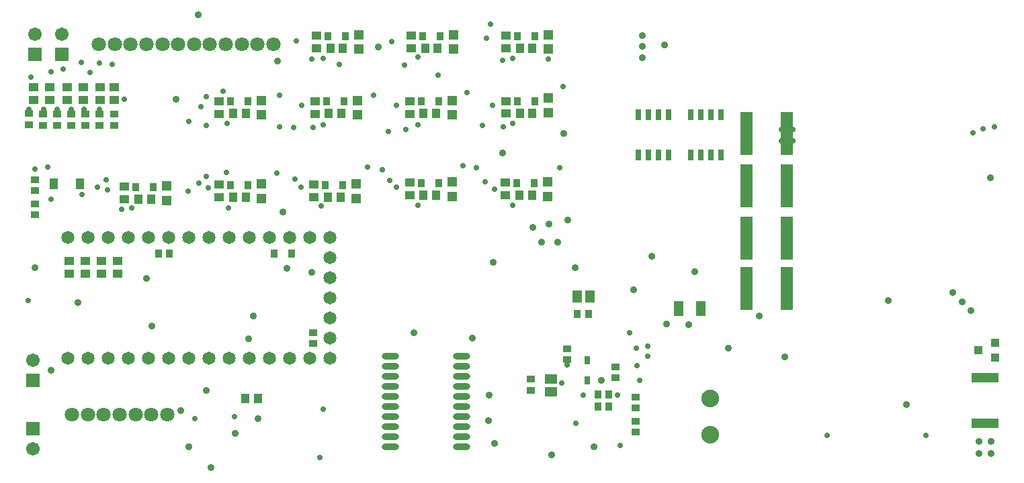
<source format=gbs>
G04 Layer_Color=16711935*
%FSAX24Y24*%
%MOIN*%
G70*
G01*
G75*
%ADD85R,0.0438X0.0560*%
%ADD91R,0.0434X0.0356*%
%ADD92R,0.0356X0.0434*%
%ADD98R,0.0434X0.0474*%
%ADD104R,0.0440X0.0400*%
%ADD118C,0.0710*%
%ADD119C,0.0671*%
%ADD120R,0.0671X0.0671*%
%ADD121C,0.0880*%
%ADD122C,0.0650*%
%ADD123C,0.0280*%
%ADD124C,0.0360*%
%ADD125R,0.0474X0.0434*%
%ADD126R,0.0328X0.0407*%
%ADD127O,0.0867X0.0316*%
%ADD128R,0.0513X0.0513*%
%ADD129R,0.0454X0.0612*%
%ADD130R,0.0612X0.0454*%
%ADD131R,0.0454X0.0749*%
%ADD132R,0.0612X0.2167*%
%ADD133R,0.1360X0.0493*%
%ADD134R,0.0316X0.0395*%
%ADD135R,0.0300X0.0550*%
D85*
X020256Y024350D02*
D03*
X021544D02*
D03*
D91*
X045700Y015624D02*
D03*
Y016176D02*
D03*
X048100Y014724D02*
D03*
Y015276D02*
D03*
X043900Y014112D02*
D03*
Y014663D02*
D03*
X049100Y012024D02*
D03*
Y012576D02*
D03*
Y013224D02*
D03*
Y013776D02*
D03*
X033100Y016424D02*
D03*
Y016976D02*
D03*
X019300Y023376D02*
D03*
Y022824D02*
D03*
Y024576D02*
D03*
Y024024D02*
D03*
X023250Y027274D02*
D03*
Y027826D02*
D03*
X022500Y027826D02*
D03*
Y027274D02*
D03*
X021800Y027826D02*
D03*
Y027274D02*
D03*
X021100Y027826D02*
D03*
Y027274D02*
D03*
X020400Y027826D02*
D03*
Y027274D02*
D03*
X019700Y027826D02*
D03*
Y027274D02*
D03*
X019000Y027850D02*
D03*
Y027299D02*
D03*
D92*
X047224Y013900D02*
D03*
X047776D02*
D03*
X046772Y017900D02*
D03*
X046221D02*
D03*
X047224Y013300D02*
D03*
X047776D02*
D03*
X025424Y020900D02*
D03*
X025976D02*
D03*
D98*
X029765Y027850D02*
D03*
X029135D02*
D03*
X039215D02*
D03*
X038585D02*
D03*
X043988Y027864D02*
D03*
X043358D02*
D03*
X029735Y013700D02*
D03*
X030365D02*
D03*
X043988Y031114D02*
D03*
X043358D02*
D03*
X039288D02*
D03*
X038658D02*
D03*
X034588D02*
D03*
X033958D02*
D03*
X025065Y023600D02*
D03*
X024435D02*
D03*
X029765Y023700D02*
D03*
X029135D02*
D03*
X043965Y023800D02*
D03*
X043335D02*
D03*
X034515Y027850D02*
D03*
X033885D02*
D03*
X034465Y023700D02*
D03*
X033835D02*
D03*
X039215Y023800D02*
D03*
X038585D02*
D03*
D104*
X066944Y016474D02*
D03*
Y015720D02*
D03*
X066110Y016100D02*
D03*
D118*
X031131Y031300D02*
D03*
X027194D02*
D03*
X027981D02*
D03*
X028768D02*
D03*
X029558D02*
D03*
X030348D02*
D03*
X025624D02*
D03*
X024834D02*
D03*
X024044D02*
D03*
X023257D02*
D03*
X022469D02*
D03*
X026406D02*
D03*
X021140Y012900D02*
D03*
X021928D02*
D03*
X025865D02*
D03*
X025077D02*
D03*
X024290D02*
D03*
X023500D02*
D03*
X022710D02*
D03*
D119*
X020650Y031800D02*
D03*
X019300D02*
D03*
X019200Y011200D02*
D03*
Y015600D02*
D03*
D120*
X020650Y030800D02*
D03*
X019300D02*
D03*
X019200Y012200D02*
D03*
Y014600D02*
D03*
D121*
X052800Y011900D02*
D03*
Y013700D02*
D03*
D122*
X020950Y015700D02*
D03*
X021950D02*
D03*
X022950D02*
D03*
X023950D02*
D03*
X024950D02*
D03*
X025950D02*
D03*
X026950D02*
D03*
X027950D02*
D03*
X028950D02*
D03*
X029950D02*
D03*
X030950D02*
D03*
X031950D02*
D03*
X032950D02*
D03*
X033950D02*
D03*
Y016700D02*
D03*
Y017700D02*
D03*
Y018700D02*
D03*
Y019700D02*
D03*
Y020700D02*
D03*
Y021700D02*
D03*
X032950D02*
D03*
X031950D02*
D03*
X030950D02*
D03*
X029950D02*
D03*
X028950D02*
D03*
X027950D02*
D03*
X026950D02*
D03*
X025950D02*
D03*
X024950D02*
D03*
X023950D02*
D03*
X022950D02*
D03*
X021950D02*
D03*
X020950D02*
D03*
D123*
X020400Y028050D02*
D03*
X022400Y024200D02*
D03*
X022850Y024550D02*
D03*
X028650Y028950D02*
D03*
X028850Y027350D02*
D03*
X042544Y027199D02*
D03*
X026950Y027450D02*
D03*
X031450Y027200D02*
D03*
X032150Y027150D02*
D03*
X027800Y027250D02*
D03*
X033100Y027150D02*
D03*
X033600Y027300D02*
D03*
X032550Y028250D02*
D03*
X021638Y023845D02*
D03*
X033600Y013150D02*
D03*
X029200Y012800D02*
D03*
X027250Y012700D02*
D03*
X033450Y010750D02*
D03*
X037250Y028250D02*
D03*
Y024200D02*
D03*
X042023Y028264D02*
D03*
X043000Y023300D02*
D03*
X038300D02*
D03*
X043023Y027364D02*
D03*
X038323Y030664D02*
D03*
X033623Y030614D02*
D03*
X038300Y027300D02*
D03*
X024100Y023150D02*
D03*
X023600Y023100D02*
D03*
X028900Y023150D02*
D03*
X036550Y025050D02*
D03*
X036903Y024531D02*
D03*
X041200Y025150D02*
D03*
X028814Y024931D02*
D03*
X042100Y024100D02*
D03*
X041650Y024450D02*
D03*
X041500Y027250D02*
D03*
X037700Y027050D02*
D03*
X036850Y026950D02*
D03*
X027446Y024412D02*
D03*
X027900Y024150D02*
D03*
X027807Y024729D02*
D03*
X045500Y029200D02*
D03*
X044773Y030556D02*
D03*
X042500Y030500D02*
D03*
X039300Y029750D02*
D03*
X037650Y030250D02*
D03*
X019950Y025200D02*
D03*
X020700Y030050D02*
D03*
X019000Y028050D02*
D03*
X019750D02*
D03*
X021601Y030400D02*
D03*
X023750Y028550D02*
D03*
X022500Y028050D02*
D03*
X021100D02*
D03*
X021750D02*
D03*
X019100Y029650D02*
D03*
X020119Y029918D02*
D03*
X020100Y023600D02*
D03*
X023150Y030300D02*
D03*
X022049Y029899D02*
D03*
X022500Y030350D02*
D03*
X026900Y024000D02*
D03*
X033500Y023250D02*
D03*
X032500Y024200D02*
D03*
X032200Y024600D02*
D03*
X031300Y024900D02*
D03*
X035800Y025200D02*
D03*
X040550Y025250D02*
D03*
X027550Y028200D02*
D03*
X027821Y028700D02*
D03*
X031450Y028750D02*
D03*
X036100D02*
D03*
X040750Y028900D02*
D03*
X033050Y030550D02*
D03*
X034400Y030300D02*
D03*
X032269Y031450D02*
D03*
X037000Y031419D02*
D03*
X043023Y030614D02*
D03*
X041900Y032300D02*
D03*
X041700Y031600D02*
D03*
X056350Y027050D02*
D03*
X056900D02*
D03*
Y026500D02*
D03*
X056350D02*
D03*
X045700Y015350D02*
D03*
X045450Y014450D02*
D03*
X048350Y011350D02*
D03*
X046150Y012450D02*
D03*
X066900Y027200D02*
D03*
X066350Y027100D02*
D03*
X065850Y026900D02*
D03*
X045350Y025150D02*
D03*
X022900Y024050D02*
D03*
X046500Y013850D02*
D03*
X049174Y015326D02*
D03*
X048800Y016950D02*
D03*
X063500Y011850D02*
D03*
X048200Y013850D02*
D03*
X049300Y014600D02*
D03*
X049700Y015800D02*
D03*
Y016300D02*
D03*
X049150Y016200D02*
D03*
X019300Y025100D02*
D03*
X018960Y018560D02*
D03*
X058600Y011850D02*
D03*
D124*
X050550Y031250D02*
D03*
X027400Y032750D02*
D03*
X033050Y019950D02*
D03*
X019300Y020200D02*
D03*
X044450Y021450D02*
D03*
X042100Y011450D02*
D03*
X026541Y013100D02*
D03*
X030361Y012714D02*
D03*
X041800Y012600D02*
D03*
X055250Y017800D02*
D03*
X064850Y018950D02*
D03*
X065750Y018050D02*
D03*
X049436Y031736D02*
D03*
Y031200D02*
D03*
X049900Y020750D02*
D03*
X041850Y013850D02*
D03*
X038100Y016950D02*
D03*
X030150Y017800D02*
D03*
X049436Y030648D02*
D03*
X047050Y011300D02*
D03*
X053700Y016200D02*
D03*
X052050Y020000D02*
D03*
X049000Y019100D02*
D03*
X046100Y020200D02*
D03*
X044000Y022200D02*
D03*
X056500Y015750D02*
D03*
X051750Y017350D02*
D03*
X050650Y017400D02*
D03*
X065300Y018500D02*
D03*
X066750Y010950D02*
D03*
X066150D02*
D03*
X066750Y011550D02*
D03*
X066150D02*
D03*
X020100Y015100D02*
D03*
X024850Y019650D02*
D03*
X042500Y025900D02*
D03*
X042050Y020450D02*
D03*
X026300Y028550D02*
D03*
X047400Y014600D02*
D03*
X045550Y026850D02*
D03*
X031350Y030450D02*
D03*
X036350Y031150D02*
D03*
X062550Y013400D02*
D03*
X061650Y018550D02*
D03*
X026950Y011300D02*
D03*
X025100Y017300D02*
D03*
X021450Y018450D02*
D03*
X029250Y011950D02*
D03*
X027800Y014100D02*
D03*
X029900Y016650D02*
D03*
X045750Y022550D02*
D03*
X044800Y022350D02*
D03*
X045250Y021450D02*
D03*
X031600Y022950D02*
D03*
X031800Y020150D02*
D03*
X044950Y010900D02*
D03*
X066700Y024650D02*
D03*
X028050Y010250D02*
D03*
X041000Y016700D02*
D03*
D125*
X033273Y031099D02*
D03*
Y031729D02*
D03*
X028450Y027835D02*
D03*
Y028465D02*
D03*
X033200Y027835D02*
D03*
Y028465D02*
D03*
X037900Y027835D02*
D03*
Y028465D02*
D03*
X042673Y027849D02*
D03*
Y028479D02*
D03*
X021000Y020515D02*
D03*
Y019885D02*
D03*
X042673Y031099D02*
D03*
Y031729D02*
D03*
X037973Y031099D02*
D03*
Y031729D02*
D03*
X021800Y020515D02*
D03*
Y019885D02*
D03*
X023400Y020515D02*
D03*
Y019885D02*
D03*
X022600Y020515D02*
D03*
Y019885D02*
D03*
X042650Y023785D02*
D03*
Y024415D02*
D03*
X023750Y023585D02*
D03*
Y024215D02*
D03*
X028450Y023685D02*
D03*
Y024315D02*
D03*
X033150Y023685D02*
D03*
Y024315D02*
D03*
X037900Y023785D02*
D03*
Y024415D02*
D03*
X023250Y029165D02*
D03*
Y028535D02*
D03*
X022550Y029165D02*
D03*
Y028535D02*
D03*
X021700Y029150D02*
D03*
Y028520D02*
D03*
X020900Y029150D02*
D03*
Y028520D02*
D03*
X020050Y029150D02*
D03*
Y028520D02*
D03*
X019250Y029150D02*
D03*
Y028520D02*
D03*
D126*
X031161Y020900D02*
D03*
X032039D02*
D03*
X034639Y028450D02*
D03*
X033761D02*
D03*
X039339D02*
D03*
X038461D02*
D03*
X044112Y028464D02*
D03*
X043234D02*
D03*
X044112Y031714D02*
D03*
X043234D02*
D03*
X039412D02*
D03*
X038534D02*
D03*
X034712D02*
D03*
X033834D02*
D03*
X025189Y024200D02*
D03*
X024311D02*
D03*
X044089Y024400D02*
D03*
X043211D02*
D03*
X029889Y028450D02*
D03*
X029011D02*
D03*
X029889Y024300D02*
D03*
X029011D02*
D03*
X034589D02*
D03*
X033711D02*
D03*
X039339Y024400D02*
D03*
X038461D02*
D03*
D127*
X040472Y015800D02*
D03*
Y015300D02*
D03*
Y014800D02*
D03*
Y014300D02*
D03*
Y013800D02*
D03*
Y013300D02*
D03*
Y012800D02*
D03*
Y012300D02*
D03*
Y011800D02*
D03*
Y011300D02*
D03*
X036928Y015800D02*
D03*
Y015300D02*
D03*
Y014800D02*
D03*
Y014300D02*
D03*
Y013800D02*
D03*
Y013300D02*
D03*
Y012800D02*
D03*
Y012300D02*
D03*
Y011800D02*
D03*
Y011300D02*
D03*
D128*
X040000Y027796D02*
D03*
Y028504D02*
D03*
X044773Y027910D02*
D03*
Y028619D02*
D03*
Y031060D02*
D03*
Y031769D02*
D03*
X040073Y031060D02*
D03*
Y031769D02*
D03*
X035373Y031060D02*
D03*
Y031769D02*
D03*
X025850Y023546D02*
D03*
Y024254D02*
D03*
X030550Y023646D02*
D03*
Y024354D02*
D03*
X044750Y023746D02*
D03*
Y024454D02*
D03*
X030550Y027796D02*
D03*
Y028504D02*
D03*
X035300Y027796D02*
D03*
Y028504D02*
D03*
X035250Y023646D02*
D03*
Y024354D02*
D03*
X040000Y023746D02*
D03*
Y024454D02*
D03*
D129*
X046837Y018750D02*
D03*
X046207D02*
D03*
D130*
X044900Y014023D02*
D03*
Y014653D02*
D03*
D131*
X051249Y018150D02*
D03*
X052351D02*
D03*
D132*
X054606Y026850D02*
D03*
X056594D02*
D03*
X054606Y024250D02*
D03*
X056594D02*
D03*
X054606Y021650D02*
D03*
X056594D02*
D03*
X054606Y019150D02*
D03*
X056594D02*
D03*
D133*
X066450Y014742D02*
D03*
Y012458D02*
D03*
D134*
X046700Y014608D02*
D03*
Y015592D02*
D03*
D135*
X050750Y025805D02*
D03*
X050250D02*
D03*
X049750D02*
D03*
X049250D02*
D03*
X050750Y027795D02*
D03*
X050250D02*
D03*
X049750D02*
D03*
X049250D02*
D03*
X053350Y025805D02*
D03*
X052850D02*
D03*
X052350D02*
D03*
X051850D02*
D03*
X053350Y027795D02*
D03*
X052850D02*
D03*
X052350D02*
D03*
X051850D02*
D03*
M02*

</source>
